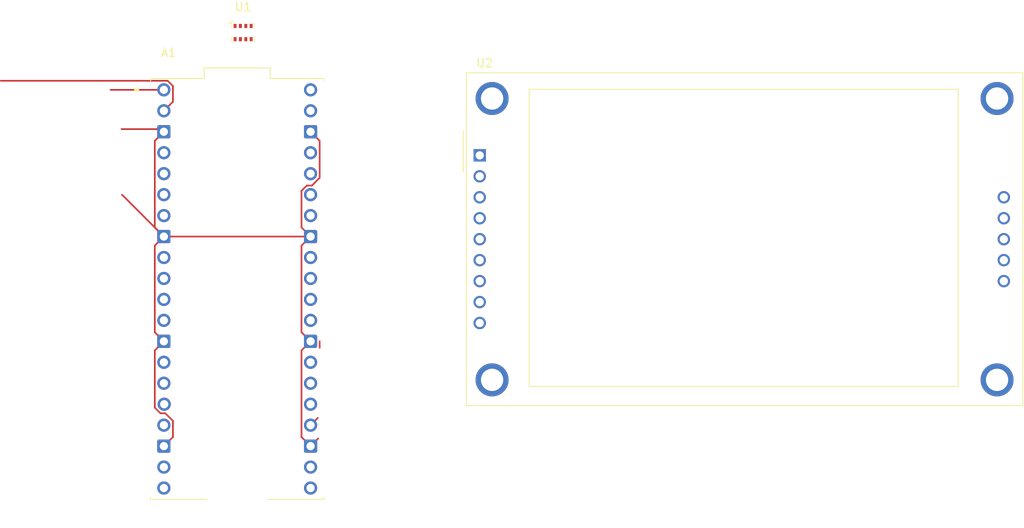
<source format=kicad_pcb>
(kicad_pcb (version 20240108) (generator "pcbnew") (generator_version "8.0")
  (layers (0 "F.Cu" signal) (31 "B.Cu" signal) (34 "B.Paste" user) (35 "F.Paste" user) (36 "B.SilkS" user "B.Silkscreen") (37 "F.SilkS" user "F.Silkscreen") (38 "B.Mask" user) (39 "F.Mask" user) (44 "Edge.Cuts" user))
  (net 0 "")
  (net 1 "Net-(A1-GP11)")
  (net 4 "Net-(A1-GP3)")
  (net 6 "Net-(A1-GP16)")
  (net 10 "VBUS")
  (net 11 "+3V3")
  (net 14 "Net-(A1-GP0)")
  (net 15 "Net-(A1-GP4)")
  (net 19 "unconnected-(A1-GP1-Pad2)")
  (net 20 "GND")
  (net 25 "Net-(A1-GP17)")
  (net 26 "Net-(A1-GP18)")
  (net 27 "Net-(A1-GP8)")
  (net 30 "+5V")
  (net 32 "Net-(A1-GP10)")
  (footprint "Display:CR2013-MI2120" (layer "F.Cu") (at 102.5 84.18)
    (property "Reference" "U2" (at 0.59 -11.18 0) (layer "F.SilkS"))
    (property "Value" "CR2013-MI2120")
    (fp_line (start -2 -3) (end -2 2) (stroke (width 0.12)) (layer "F.SilkS"))
    (fp_line (start -1.62 -10.01) (end 65.82 -10.01) (stroke (width 0.12)) (layer "F.SilkS"))
    (fp_line (start -1.62 30.33) (end -1.62 -10.01) (stroke (width 0.12)) (layer "F.SilkS"))
    (fp_line (start 6 -8) (end 58 -8) (stroke (width 0.12)) (layer "F.SilkS"))
    (fp_line (start 6 28) (end 6 -8) (stroke (width 0.12)) (layer "F.SilkS"))
    (fp_line (start 58 -8) (end 58 28) (stroke (width 0.12)) (layer "F.SilkS"))
    (fp_line (start 58 28) (end 6 28) (stroke (width 0.12)) (layer "F.SilkS"))
    (fp_line (start 65.82 -10.01) (end 65.82 30.33) (stroke (width 0.12)) (layer "F.SilkS"))
    (fp_line (start 65.82 30.33) (end -1.62 30.33) (stroke (width 0.12)) (layer "F.SilkS"))
    (pad "" thru_hole circle (at 1.5 -6.89) (size 4 4) (drill 2.7) (layers "*.Cu" "*.Mask"))
    (pad "" thru_hole circle (at 1.5 27.21) (size 4 4) (drill 2.7) (layers "*.Cu" "*.Mask"))
    (pad "" thru_hole circle (at 62.7 -6.89) (size 4 4) (drill 2.7) (layers "*.Cu" "*.Mask"))
    (pad "" thru_hole circle (at 62.7 27.21) (size 4 4) (drill 2.7) (layers "*.Cu" "*.Mask"))
    (pad "1" thru_hole rect (at 0 0) (size 1.5 1.5) (drill 1) (layers "*.Cu" "*.Mask") (net 11 "+3V3"))
    (pad "2" thru_hole circle (at 0 2.54) (size 1.5 1.5) (drill 1) (layers "*.Cu" "*.Mask") (net 20 "GND"))
    (pad "3" thru_hole circle (at 0 5.08) (size 1.5 1.5) (drill 1) (layers "*.Cu" "*.Mask") (net 25 "Net-(A1-GP17)"))
    (pad "4" thru_hole circle (at 0 7.62) (size 1.5 1.5) (drill 1) (layers "*.Cu" "*.Mask") (net 14 "Net-(A1-GP0)"))
    (pad "5" thru_hole circle (at 0 10.16) (size 1.5 1.5) (drill 1) (layers "*.Cu" "*.Mask") (net 6 "Net-(A1-GP16)"))
    (pad "6" thru_hole circle (at 0 12.7) (size 1.5 1.5) (drill 1) (layers "*.Cu" "*.Mask") (net 25 "Net-(A1-GP17)"))
    (pad "7" thru_hole circle (at 0 15.24) (size 1.5 1.5) (drill 1) (layers "*.Cu" "*.Mask") (net 26 "Net-(A1-GP18)"))
    (pad "8" thru_hole circle (at 0 17.78) (size 1.5 1.5) (drill 1) (layers "*.Cu" "*.Mask") (net 11 "+3V3"))
    (pad "9" thru_hole circle (at 0 20.32) (size 1.5 1.5) (drill 1) (layers "*.Cu" "*.Mask") (net 15 "Net-(A1-GP4)"))
    (pad "10" thru_hole circle (at 63.52 5.08) (size 1.5 1.5) (drill 1) (layers "*.Cu" "*.Mask"))
    (pad "11" thru_hole circle (at 63.52 7.62) (size 1.5 1.5) (drill 1) (layers "*.Cu" "*.Mask"))
    (pad "12" thru_hole circle (at 63.52 10.16) (size 1.5 1.5) (drill 1) (layers "*.Cu" "*.Mask"))
    (pad "13" thru_hole circle (at 63.52 12.7) (size 1.5 1.5) (drill 1) (layers "*.Cu" "*.Mask"))
    (pad "14" thru_hole circle (at 63.52 15.24) (size 1.5 1.5) (drill 1) (layers "*.Cu" "*.Mask"))
  )
  (footprint "Package_LGA:Bosch_LGA-8_2x2.5mm_P0.65mm_ClockwisePinNumbering" (layer "F.Cu") (at 73.825 69.3)
    (property "Reference" "U1" (at 0 -3.1 0) (layer "F.SilkS"))
    (property "Value" "BMP280")
    (fp_line (start -1.35 -0.46) (end -1.35 -0.9) (stroke (width 0.1)) (layer "F.SilkS"))
    (fp_line (start -1.35 1.1) (end -1.35 0.46) (stroke (width 0.1)) (layer "F.SilkS"))
    (fp_line (start -1.35 1.1) (end -1.2 1.1) (stroke (width 0.1)) (layer "F.SilkS"))
    (fp_line (start 1.075 1.075) (end 1.225 1.075) (stroke (width 0.1)) (layer "F.SilkS"))
    (fp_line (start 1.2 -1.1) (end 1.35 -1.1) (stroke (width 0.1)) (layer "F.SilkS"))
    (fp_line (start 1.35 -0.46) (end 1.35 -1.1) (stroke (width 0.1)) (layer "F.SilkS"))
    (fp_line (start 1.35 1.1) (end 1.35 0.46) (stroke (width 0.1)) (layer "F.SilkS"))
    (fp_poly (pts (xy -1.35 -1.1) (xy -1.71 -1.1) (xy -1.35 -1.46) (xy -1.35 -1.1)) (stroke (width 0.1)) (fill solid) (layer "F.SilkS"))
    (pad "1" smd rect (at -0.975 -0.8 90) (size 0.5 0.35) (layers "F.Cu" "F.Paste" "F.Mask") (net 20 "GND"))
    (pad "2" smd rect (at -0.325 -0.8 90) (size 0.5 0.35) (layers "F.Cu" "F.Paste" "F.Mask") (net 4 "Net-(A1-GP3)"))
    (pad "3" smd rect (at 0.325 -0.8 90) (size 0.5 0.35) (layers "F.Cu" "F.Paste" "F.Mask") (net 1 "Net-(A1-GP11)"))
    (pad "4" smd rect (at 0.975 -0.8 90) (size 0.5 0.35) (layers "F.Cu" "F.Paste" "F.Mask") (net 32 "Net-(A1-GP10)"))
    (pad "5" smd rect (at 0.975 0.8 90) (size 0.5 0.35) (layers "F.Cu" "F.Paste" "F.Mask") (net 27 "Net-(A1-GP8)"))
    (pad "6" smd rect (at 0.325 0.8 90) (size 0.5 0.35) (layers "F.Cu" "F.Paste" "F.Mask") (net 11 "+3V3"))
    (pad "7" smd rect (at -0.325 0.8 90) (size 0.5 0.35) (layers "F.Cu" "F.Paste" "F.Mask") (net 20 "GND"))
    (pad "8" smd rect (at -0.975 0.8 90) (size 0.5 0.35) (layers "F.Cu" "F.Paste" "F.Mask") (net 11 "+3V3"))
  )
  (footprint "Pico_W:MODULE_SC0918" (layer "F.Cu") (at 73.11 100.37)
    (property "Reference" "A1" (at -8.325 -28.635 0) (layer "F.SilkS"))
    (property "Value" "SC0918")
    (fp_line (start -10.5 -25.5) (end -4 -25.5) (stroke (width 0.127)) (layer "F.SilkS"))
    (fp_line (start -10.5 -25.25) (end -10.5 -25.5) (stroke (width 0.127)) (layer "F.SilkS"))
    (fp_line (start -10.5 25.5) (end -10.5 25.25) (stroke (width 0.127)) (layer "F.SilkS"))
    (fp_line (start -4 -26.8) (end 4 -26.8) (stroke (width 0.127)) (layer "F.SilkS"))
    (fp_line (start -4 -25.5) (end -4 -26.8) (stroke (width 0.127)) (layer "F.SilkS"))
    (fp_line (start -3.66 25.5) (end -10.5 25.5) (stroke (width 0.127)) (layer "F.SilkS"))
    (fp_line (start 4 -26.8) (end 4 -25.5) (stroke (width 0.127)) (layer "F.SilkS"))
    (fp_line (start 4 -25.5) (end 10.5 -25.5) (stroke (width 0.127)) (layer "F.SilkS"))
    (fp_line (start 10.5 -25.5) (end 10.5 -25.25) (stroke (width 0.127)) (layer "F.SilkS"))
    (fp_line (start 10.5 25.5) (end 3.66 25.5) (stroke (width 0.127)) (layer "F.SilkS"))
    (fp_line (start 10.5 25.5) (end 10.5 25.25) (stroke (width 0.127)) (layer "F.SilkS"))
    (fp_circle (center -12.19 -24.13) (end -11.99 -24.13) (stroke (width 0.2)) (fill solid) (layer "F.SilkS"))
    (pad "1" thru_hole circle (at -8.89 -24.13) (size 1.6 1.6) (drill 1) (layers "*.Cu" "*.Mask") (net 14 "Net-(A1-GP0)"))
    (pad "2" thru_hole circle (at -8.89 -21.59) (size 1.6 1.6) (drill 1) (layers "*.Cu" "*.Mask") (net 19 "unconnected-(A1-GP1-Pad2)"))
    (pad "3" thru_hole roundrect (at -8.89 -19.05) (size 1.6 1.6) (drill 1) (layers "*.Cu" "*.Mask") (roundrect_rratio 0.125) (net 20 "GND"))
    (pad "4" thru_hole circle (at -8.89 -16.51) (size 1.6 1.6) (drill 1) (layers "*.Cu" "*.Mask"))
    (pad "5" thru_hole circle (at -8.89 -13.97) (size 1.6 1.6) (drill 1) (layers "*.Cu" "*.Mask") (net 4 "Net-(A1-GP3)"))
    (pad "6" thru_hole circle (at -8.89 -11.43) (size 1.6 1.6) (drill 1) (layers "*.Cu" "*.Mask") (net 15 "Net-(A1-GP4)"))
    (pad "7" thru_hole circle (at -8.89 -8.89) (size 1.6 1.6) (drill 1) (layers "*.Cu" "*.Mask"))
    (pad "8" thru_hole roundrect (at -8.89 -6.35) (size 1.6 1.6) (drill 1) (layers "*.Cu" "*.Mask") (roundrect_rratio 0.125) (net 20 "GND"))
    (pad "9" thru_hole circle (at -8.89 -3.81) (size 1.6 1.6) (drill 1) (layers "*.Cu" "*.Mask"))
    (pad "10" thru_hole circle (at -8.89 -1.27) (size 1.6 1.6) (drill 1) (layers "*.Cu" "*.Mask"))
    (pad "11" thru_hole circle (at -8.89 1.27) (size 1.6 1.6) (drill 1) (layers "*.Cu" "*.Mask") (net 27 "Net-(A1-GP8)"))
    (pad "12" thru_hole circle (at -8.89 3.81) (size 1.6 1.6) (drill 1) (layers "*.Cu" "*.Mask"))
    (pad "13" thru_hole roundrect (at -8.89 6.35) (size 1.6 1.6) (drill 1) (layers "*.Cu" "*.Mask") (roundrect_rratio 0.125) (net 20 "GND"))
    (pad "14" thru_hole circle (at -8.89 8.89) (size 1.6 1.6) (drill 1) (layers "*.Cu" "*.Mask") (net 32 "Net-(A1-GP10)"))
    (pad "15" thru_hole circle (at -8.89 11.43) (size 1.6 1.6) (drill 1) (layers "*.Cu" "*.Mask") (net 1 "Net-(A1-GP11)"))
    (pad "16" thru_hole circle (at -8.848119 13.97) (size 1.6 1.6) (drill 1) (layers "*.Cu" "*.Mask"))
    (pad "17" thru_hole circle (at -8.89 16.51) (size 1.6 1.6) (drill 1) (layers "*.Cu" "*.Mask"))
    (pad "18" thru_hole roundrect (at -8.89 19.05) (size 1.6 1.6) (drill 1) (layers "*.Cu" "*.Mask") (roundrect_rratio 0.125) (net 20 "GND"))
    (pad "19" thru_hole circle (at -8.89 21.59) (size 1.6 1.6) (drill 1) (layers "*.Cu" "*.Mask"))
    (pad "20" thru_hole circle (at -8.89 24.13) (size 1.6 1.6) (drill 1) (layers "*.Cu" "*.Mask"))
    (pad "21" thru_hole circle (at 8.89 24.13) (size 1.6 1.6) (drill 1) (layers "*.Cu" "*.Mask") (net 6 "Net-(A1-GP16)"))
    (pad "22" thru_hole circle (at 8.89 21.59) (size 1.6 1.6) (drill 1) (layers "*.Cu" "*.Mask") (net 25 "Net-(A1-GP17)"))
    (pad "23" thru_hole roundrect (at 8.89 19.05) (size 1.6 1.6) (drill 1) (layers "*.Cu" "*.Mask") (roundrect_rratio 0.125) (net 20 "GND"))
    (pad "24" thru_hole circle (at 8.89 16.51) (size 1.6 1.6) (drill 1) (layers "*.Cu" "*.Mask") (net 26 "Net-(A1-GP18)"))
    (pad "25" thru_hole circle (at 8.89 13.97) (size 1.6 1.6) (drill 1) (layers "*.Cu" "*.Mask") (net 25 "Net-(A1-GP17)"))
    (pad "26" thru_hole circle (at 8.89 11.43) (size 1.6 1.6) (drill 1) (layers "*.Cu" "*.Mask"))
    (pad "27" thru_hole circle (at 8.89 8.89) (size 1.6 1.6) (drill 1) (layers "*.Cu" "*.Mask"))
    (pad "28" thru_hole roundrect (at 8.89 6.35) (size 1.6 1.6) (drill 1) (layers "*.Cu" "*.Mask") (roundrect_rratio 0.125) (net 20 "GND"))
    (pad "29" thru_hole circle (at 8.89 3.81) (size 1.6 1.6) (drill 1) (layers "*.Cu" "*.Mask"))
    (pad "30" thru_hole circle (at 8.89 1.27) (size 1.6 1.6) (drill 1) (layers "*.Cu" "*.Mask"))
    (pad "31" thru_hole circle (at 8.89 -1.27) (size 1.6 1.6) (drill 1) (layers "*.Cu" "*.Mask"))
    (pad "32" thru_hole circle (at 8.89 -3.81) (size 1.6 1.6) (drill 1) (layers "*.Cu" "*.Mask"))
    (pad "33" thru_hole roundrect (at 8.89 -6.35) (size 1.6 1.6) (drill 1) (layers "*.Cu" "*.Mask") (roundrect_rratio 0.125) (net 20 "GND"))
    (pad "34" thru_hole circle (at 8.89 -8.89) (size 1.6 1.6) (drill 1) (layers "*.Cu" "*.Mask"))
    (pad "35" thru_hole circle (at 8.89 -11.43) (size 1.6 1.6) (drill 1) (layers "*.Cu" "*.Mask"))
    (pad "36" thru_hole circle (at 8.89 -13.97) (size 1.6 1.6) (drill 1) (layers "*.Cu" "*.Mask") (net 11 "+3V3"))
    (pad "37" thru_hole circle (at 8.89 -16.51) (size 1.6 1.6) (drill 1) (layers "*.Cu" "*.Mask"))
    (pad "38" thru_hole roundrect (at 8.89 -19.05) (size 1.6 1.6) (drill 1) (layers "*.Cu" "*.Mask") (roundrect_rratio 0.125) (net 20 "GND"))
    (pad "39" thru_hole circle (at 8.89 -21.59) (size 1.6 1.6) (drill 1) (layers "*.Cu" "*.Mask") (net 30 "+5V"))
    (pad "40" thru_hole circle (at 8.89 -24.13) (size 1.6 1.6) (drill 1) (layers "*.Cu" "*.Mask") (net 10 "VBUS"))
  )
  (segment (start 83.1 107.5) (end 83.1 106.72) (width 0.2) (layer "F.Cu") (net 0))
  (segment (start 82 124.5) (end 82.5 124) (width 0.2) (layer "F.Cu") (net 6))
  (segment (start 57.76 76.24) (end 64.22 76.24) (width 0.2) (layer "F.Cu") (net 14))
  (segment (start 64.675635 75.14) (end 65.32 75.784365) (width 0.2) (layer "F.Cu") (net 19))
  (segment (start 65.32 75.784365) (end 65.32 77.68) (width 0.2) (layer "F.Cu") (net 19))
  (segment (start 44.46 75.14) (end 64.675635 75.14) (width 0.2) (layer "F.Cu") (net 19))
  (segment (start 65.32 77.68) (end 64.22 78.78) (width 0.2) (layer "F.Cu") (net 19))
  (segment (start 83.1 86.9) (end 82.16 87.84) (width 0.2) (layer "F.Cu") (net 20))
  (segment (start 83.1 82.42) (end 83.1 86.9) (width 0.2) (layer "F.Cu") (net 20))
  (segment (start 64.22 119.42) (end 65.32 118.32) (width 0.2) (layer "F.Cu") (net 20))
  (segment (start 64.395635 115.44) (end 63.806246 115.44) (width 0.2) (layer "F.Cu") (net 20))
  (segment (start 80.9 118.32) (end 82 119.42) (width 0.2) (layer "F.Cu") (net 20))
  (segment (start 63.9 81) (end 64.22 81.32) (width 0.2) (layer "F.Cu") (net 20))
  (segment (start 80.9 88.484365) (end 80.9 92.92) (width 0.2) (layer "F.Cu") (net 20))
  (segment (start 63.806246 115.44) (end 63.12 114.753754) (width 0.2) (layer "F.Cu") (net 20))
  (segment (start 64.22 106.72) (end 63.12 105.62) (width 0.2) (layer "F.Cu") (net 20))
  (segment (start 82 106.72) (end 80.9 107.82) (width 0.2) (layer "F.Cu") (net 20))
  (segment (start 82.16 87.84) (end 81.544365 87.84) (width 0.2) (layer "F.Cu") (net 20))
  (segment (start 80.9 92.92) (end 82 94.02) (width 0.2) (layer "F.Cu") (net 20))
  (segment (start 65.32 118.32) (end 65.32 116.364365) (width 0.2) (layer "F.Cu") (net 20))
  (segment (start 81.544365 87.84) (end 80.9 88.484365) (width 0.2) (layer "F.Cu") (net 20))
  (segment (start 59.085786 81) (end 63.9 81) (width 0.2) (layer "F.Cu") (net 20))
  (segment (start 63.12 114.753754) (end 63.12 107.82) (width 0.2) (layer "F.Cu") (net 20))
  (segment (start 59.15 88.95) (end 64.22 94.02) (width 0.2) (layer "F.Cu") (net 20))
  (segment (start 63.12 107.82) (end 64.22 106.72) (width 0.2) (layer "F.Cu") (net 20))
  (segment (start 65.32 116.364365) (end 64.395635 115.44) (width 0.2) (layer "F.Cu") (net 20))
  (segment (start 80.9 105.62) (end 82 106.72) (width 0.2) (layer "F.Cu") (net 20))
  (segment (start 63.12 95.12) (end 64.22 94.02) (width 0.2) (layer "F.Cu") (net 20))
  (segment (start 82.92 118.5) (end 82 119.42) (width 0.2) (layer "F.Cu") (net 20))
  (segment (start 82 106.72) (end 82.4 106.32) (width 0.2) (layer "F.Cu") (net 20))
  (segment (start 82 94.02) (end 80.9 95.12) (width 0.2) (layer "F.Cu") (net 20))
  (segment (start 64.22 94.02) (end 82 94.02) (width 0.2) (layer "F.Cu") (net 20))
  (segment (start 63.12 105.62) (end 63.12 95.12) (width 0.2) (layer "F.Cu") (net 20))
  (segment (start 80.9 107.82) (end 80.9 118.32) (width 0.2) (layer "F.Cu") (net 20))
  (segment (start 82 81.32) (end 83.1 82.42) (width 0.2) (layer "F.Cu") (net 20))
  (segment (start 80.9 95.12) (end 80.9 105.62) (width 0.2) (layer "F.Cu") (net 20))
  (segment (start 63.12 92.92) (end 63.12 82.42) (width 0.2) (layer "F.Cu") (net 20))
  (segment (start 63.12 82.42) (end 64.22 81.32) (width 0.2) (layer "F.Cu") (net 20))
  (segment (start 64.22 94.02) (end 63.12 92.92) (width 0.2) (layer "F.Cu") (net 20))
  (segment (start 82 116.88) (end 82.88 116) (width 0.2) (layer "F.Cu") (net 26))
)
</source>
